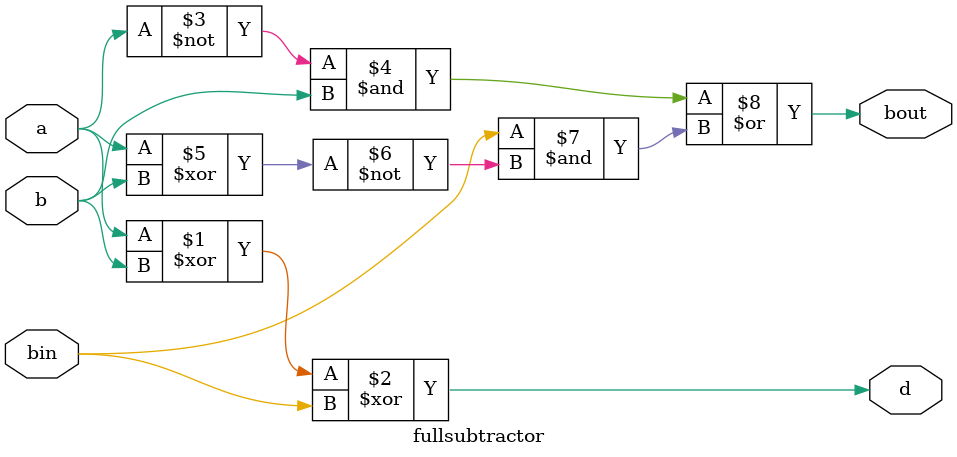
<source format=v>
module fullsubtractor
(
input a,
input b,
input bin,
output d,
output bout
);
assign d=a^b^bin;
assign bout=(~a&b)|bin&~(a^b);
endmodule

</source>
